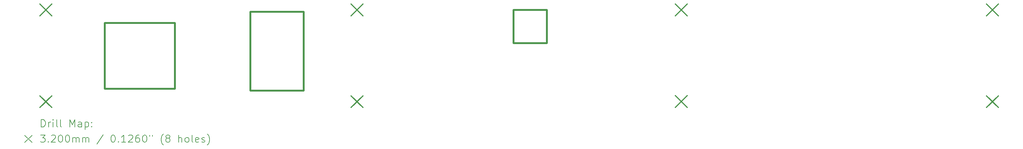
<source format=gbr>
%TF.GenerationSoftware,KiCad,Pcbnew,7.0.2-0*%
%TF.CreationDate,2023-05-18T01:14:47+02:00*%
%TF.ProjectId,LC,4c432e6b-6963-4616-945f-706362585858,rev?*%
%TF.SameCoordinates,PXfd9f08PY7735940*%
%TF.FileFunction,Drillmap*%
%TF.FilePolarity,Positive*%
%FSLAX45Y45*%
G04 Gerber Fmt 4.5, Leading zero omitted, Abs format (unit mm)*
G04 Created by KiCad (PCBNEW 7.0.2-0) date 2023-05-18 01:14:47*
%MOMM*%
%LPD*%
G01*
G04 APERTURE LIST*
%ADD10C,0.500000*%
%ADD11C,0.200000*%
%ADD12C,0.320000*%
G04 APERTURE END LIST*
D10*
X5900000Y2800000D02*
X7350000Y2800000D01*
X7350000Y650000D01*
X5900000Y650000D01*
X5900000Y2800000D01*
X1950000Y2500000D02*
X3850000Y2500000D01*
X3850000Y700000D01*
X1950000Y700000D01*
X1950000Y2500000D01*
X13050000Y2850000D02*
X13950000Y2850000D01*
X13950000Y1950000D01*
X13050000Y1950000D01*
X13050000Y2850000D01*
D11*
D12*
X190000Y3010000D02*
X510000Y2690000D01*
X510000Y3010000D02*
X190000Y2690000D01*
X190000Y510000D02*
X510000Y190000D01*
X510000Y510000D02*
X190000Y190000D01*
X8640000Y3010000D02*
X8960000Y2690000D01*
X8960000Y3010000D02*
X8640000Y2690000D01*
X8640000Y510000D02*
X8960000Y190000D01*
X8960000Y510000D02*
X8640000Y190000D01*
X17440000Y3010000D02*
X17760000Y2690000D01*
X17760000Y3010000D02*
X17440000Y2690000D01*
X17440000Y512870D02*
X17760000Y192870D01*
X17760000Y512870D02*
X17440000Y192870D01*
X25890000Y3010000D02*
X26210000Y2690000D01*
X26210000Y3010000D02*
X25890000Y2690000D01*
X25890000Y510000D02*
X26210000Y190000D01*
X26210000Y510000D02*
X25890000Y190000D01*
D11*
X222619Y-337524D02*
X222619Y-137524D01*
X222619Y-137524D02*
X270238Y-137524D01*
X270238Y-137524D02*
X298810Y-147048D01*
X298810Y-147048D02*
X317857Y-166095D01*
X317857Y-166095D02*
X327381Y-185143D01*
X327381Y-185143D02*
X336905Y-223238D01*
X336905Y-223238D02*
X336905Y-251809D01*
X336905Y-251809D02*
X327381Y-289905D01*
X327381Y-289905D02*
X317857Y-308952D01*
X317857Y-308952D02*
X298810Y-328000D01*
X298810Y-328000D02*
X270238Y-337524D01*
X270238Y-337524D02*
X222619Y-337524D01*
X422619Y-337524D02*
X422619Y-204190D01*
X422619Y-242286D02*
X432143Y-223238D01*
X432143Y-223238D02*
X441667Y-213714D01*
X441667Y-213714D02*
X460714Y-204190D01*
X460714Y-204190D02*
X479762Y-204190D01*
X546429Y-337524D02*
X546429Y-204190D01*
X546429Y-137524D02*
X536905Y-147048D01*
X536905Y-147048D02*
X546429Y-156571D01*
X546429Y-156571D02*
X555952Y-147048D01*
X555952Y-147048D02*
X546429Y-137524D01*
X546429Y-137524D02*
X546429Y-156571D01*
X670238Y-337524D02*
X651190Y-328000D01*
X651190Y-328000D02*
X641667Y-308952D01*
X641667Y-308952D02*
X641667Y-137524D01*
X775000Y-337524D02*
X755952Y-328000D01*
X755952Y-328000D02*
X746428Y-308952D01*
X746428Y-308952D02*
X746428Y-137524D01*
X1003571Y-337524D02*
X1003571Y-137524D01*
X1003571Y-137524D02*
X1070238Y-280381D01*
X1070238Y-280381D02*
X1136905Y-137524D01*
X1136905Y-137524D02*
X1136905Y-337524D01*
X1317857Y-337524D02*
X1317857Y-232762D01*
X1317857Y-232762D02*
X1308333Y-213714D01*
X1308333Y-213714D02*
X1289286Y-204190D01*
X1289286Y-204190D02*
X1251190Y-204190D01*
X1251190Y-204190D02*
X1232143Y-213714D01*
X1317857Y-328000D02*
X1298810Y-337524D01*
X1298810Y-337524D02*
X1251190Y-337524D01*
X1251190Y-337524D02*
X1232143Y-328000D01*
X1232143Y-328000D02*
X1222619Y-308952D01*
X1222619Y-308952D02*
X1222619Y-289905D01*
X1222619Y-289905D02*
X1232143Y-270857D01*
X1232143Y-270857D02*
X1251190Y-261333D01*
X1251190Y-261333D02*
X1298810Y-261333D01*
X1298810Y-261333D02*
X1317857Y-251809D01*
X1413095Y-204190D02*
X1413095Y-404190D01*
X1413095Y-213714D02*
X1432143Y-204190D01*
X1432143Y-204190D02*
X1470238Y-204190D01*
X1470238Y-204190D02*
X1489286Y-213714D01*
X1489286Y-213714D02*
X1498809Y-223238D01*
X1498809Y-223238D02*
X1508333Y-242286D01*
X1508333Y-242286D02*
X1508333Y-299429D01*
X1508333Y-299429D02*
X1498809Y-318476D01*
X1498809Y-318476D02*
X1489286Y-328000D01*
X1489286Y-328000D02*
X1470238Y-337524D01*
X1470238Y-337524D02*
X1432143Y-337524D01*
X1432143Y-337524D02*
X1413095Y-328000D01*
X1594048Y-318476D02*
X1603571Y-328000D01*
X1603571Y-328000D02*
X1594048Y-337524D01*
X1594048Y-337524D02*
X1584524Y-328000D01*
X1584524Y-328000D02*
X1594048Y-318476D01*
X1594048Y-318476D02*
X1594048Y-337524D01*
X1594048Y-213714D02*
X1603571Y-223238D01*
X1603571Y-223238D02*
X1594048Y-232762D01*
X1594048Y-232762D02*
X1584524Y-223238D01*
X1584524Y-223238D02*
X1594048Y-213714D01*
X1594048Y-213714D02*
X1594048Y-232762D01*
X-225000Y-565000D02*
X-25000Y-765000D01*
X-25000Y-565000D02*
X-225000Y-765000D01*
X203571Y-557524D02*
X327381Y-557524D01*
X327381Y-557524D02*
X260714Y-633714D01*
X260714Y-633714D02*
X289286Y-633714D01*
X289286Y-633714D02*
X308333Y-643238D01*
X308333Y-643238D02*
X317857Y-652762D01*
X317857Y-652762D02*
X327381Y-671810D01*
X327381Y-671810D02*
X327381Y-719428D01*
X327381Y-719428D02*
X317857Y-738476D01*
X317857Y-738476D02*
X308333Y-748000D01*
X308333Y-748000D02*
X289286Y-757524D01*
X289286Y-757524D02*
X232143Y-757524D01*
X232143Y-757524D02*
X213095Y-748000D01*
X213095Y-748000D02*
X203571Y-738476D01*
X413095Y-738476D02*
X422619Y-748000D01*
X422619Y-748000D02*
X413095Y-757524D01*
X413095Y-757524D02*
X403571Y-748000D01*
X403571Y-748000D02*
X413095Y-738476D01*
X413095Y-738476D02*
X413095Y-757524D01*
X498809Y-576571D02*
X508333Y-567048D01*
X508333Y-567048D02*
X527381Y-557524D01*
X527381Y-557524D02*
X575000Y-557524D01*
X575000Y-557524D02*
X594048Y-567048D01*
X594048Y-567048D02*
X603571Y-576571D01*
X603571Y-576571D02*
X613095Y-595619D01*
X613095Y-595619D02*
X613095Y-614667D01*
X613095Y-614667D02*
X603571Y-643238D01*
X603571Y-643238D02*
X489286Y-757524D01*
X489286Y-757524D02*
X613095Y-757524D01*
X736905Y-557524D02*
X755952Y-557524D01*
X755952Y-557524D02*
X775000Y-567048D01*
X775000Y-567048D02*
X784524Y-576571D01*
X784524Y-576571D02*
X794048Y-595619D01*
X794048Y-595619D02*
X803571Y-633714D01*
X803571Y-633714D02*
X803571Y-681333D01*
X803571Y-681333D02*
X794048Y-719428D01*
X794048Y-719428D02*
X784524Y-738476D01*
X784524Y-738476D02*
X775000Y-748000D01*
X775000Y-748000D02*
X755952Y-757524D01*
X755952Y-757524D02*
X736905Y-757524D01*
X736905Y-757524D02*
X717857Y-748000D01*
X717857Y-748000D02*
X708333Y-738476D01*
X708333Y-738476D02*
X698810Y-719428D01*
X698810Y-719428D02*
X689286Y-681333D01*
X689286Y-681333D02*
X689286Y-633714D01*
X689286Y-633714D02*
X698810Y-595619D01*
X698810Y-595619D02*
X708333Y-576571D01*
X708333Y-576571D02*
X717857Y-567048D01*
X717857Y-567048D02*
X736905Y-557524D01*
X927381Y-557524D02*
X946429Y-557524D01*
X946429Y-557524D02*
X965476Y-567048D01*
X965476Y-567048D02*
X975000Y-576571D01*
X975000Y-576571D02*
X984524Y-595619D01*
X984524Y-595619D02*
X994048Y-633714D01*
X994048Y-633714D02*
X994048Y-681333D01*
X994048Y-681333D02*
X984524Y-719428D01*
X984524Y-719428D02*
X975000Y-738476D01*
X975000Y-738476D02*
X965476Y-748000D01*
X965476Y-748000D02*
X946429Y-757524D01*
X946429Y-757524D02*
X927381Y-757524D01*
X927381Y-757524D02*
X908333Y-748000D01*
X908333Y-748000D02*
X898809Y-738476D01*
X898809Y-738476D02*
X889286Y-719428D01*
X889286Y-719428D02*
X879762Y-681333D01*
X879762Y-681333D02*
X879762Y-633714D01*
X879762Y-633714D02*
X889286Y-595619D01*
X889286Y-595619D02*
X898809Y-576571D01*
X898809Y-576571D02*
X908333Y-567048D01*
X908333Y-567048D02*
X927381Y-557524D01*
X1079762Y-757524D02*
X1079762Y-624190D01*
X1079762Y-643238D02*
X1089286Y-633714D01*
X1089286Y-633714D02*
X1108333Y-624190D01*
X1108333Y-624190D02*
X1136905Y-624190D01*
X1136905Y-624190D02*
X1155952Y-633714D01*
X1155952Y-633714D02*
X1165476Y-652762D01*
X1165476Y-652762D02*
X1165476Y-757524D01*
X1165476Y-652762D02*
X1175000Y-633714D01*
X1175000Y-633714D02*
X1194048Y-624190D01*
X1194048Y-624190D02*
X1222619Y-624190D01*
X1222619Y-624190D02*
X1241667Y-633714D01*
X1241667Y-633714D02*
X1251191Y-652762D01*
X1251191Y-652762D02*
X1251191Y-757524D01*
X1346429Y-757524D02*
X1346429Y-624190D01*
X1346429Y-643238D02*
X1355952Y-633714D01*
X1355952Y-633714D02*
X1375000Y-624190D01*
X1375000Y-624190D02*
X1403571Y-624190D01*
X1403571Y-624190D02*
X1422619Y-633714D01*
X1422619Y-633714D02*
X1432143Y-652762D01*
X1432143Y-652762D02*
X1432143Y-757524D01*
X1432143Y-652762D02*
X1441667Y-633714D01*
X1441667Y-633714D02*
X1460714Y-624190D01*
X1460714Y-624190D02*
X1489286Y-624190D01*
X1489286Y-624190D02*
X1508333Y-633714D01*
X1508333Y-633714D02*
X1517857Y-652762D01*
X1517857Y-652762D02*
X1517857Y-757524D01*
X1908333Y-548000D02*
X1736905Y-805143D01*
X2165476Y-557524D02*
X2184524Y-557524D01*
X2184524Y-557524D02*
X2203572Y-567048D01*
X2203572Y-567048D02*
X2213095Y-576571D01*
X2213095Y-576571D02*
X2222619Y-595619D01*
X2222619Y-595619D02*
X2232143Y-633714D01*
X2232143Y-633714D02*
X2232143Y-681333D01*
X2232143Y-681333D02*
X2222619Y-719428D01*
X2222619Y-719428D02*
X2213095Y-738476D01*
X2213095Y-738476D02*
X2203572Y-748000D01*
X2203572Y-748000D02*
X2184524Y-757524D01*
X2184524Y-757524D02*
X2165476Y-757524D01*
X2165476Y-757524D02*
X2146429Y-748000D01*
X2146429Y-748000D02*
X2136905Y-738476D01*
X2136905Y-738476D02*
X2127381Y-719428D01*
X2127381Y-719428D02*
X2117857Y-681333D01*
X2117857Y-681333D02*
X2117857Y-633714D01*
X2117857Y-633714D02*
X2127381Y-595619D01*
X2127381Y-595619D02*
X2136905Y-576571D01*
X2136905Y-576571D02*
X2146429Y-567048D01*
X2146429Y-567048D02*
X2165476Y-557524D01*
X2317857Y-738476D02*
X2327381Y-748000D01*
X2327381Y-748000D02*
X2317857Y-757524D01*
X2317857Y-757524D02*
X2308334Y-748000D01*
X2308334Y-748000D02*
X2317857Y-738476D01*
X2317857Y-738476D02*
X2317857Y-757524D01*
X2517857Y-757524D02*
X2403572Y-757524D01*
X2460714Y-757524D02*
X2460714Y-557524D01*
X2460714Y-557524D02*
X2441667Y-586095D01*
X2441667Y-586095D02*
X2422619Y-605143D01*
X2422619Y-605143D02*
X2403572Y-614667D01*
X2594048Y-576571D02*
X2603572Y-567048D01*
X2603572Y-567048D02*
X2622619Y-557524D01*
X2622619Y-557524D02*
X2670238Y-557524D01*
X2670238Y-557524D02*
X2689286Y-567048D01*
X2689286Y-567048D02*
X2698810Y-576571D01*
X2698810Y-576571D02*
X2708334Y-595619D01*
X2708334Y-595619D02*
X2708334Y-614667D01*
X2708334Y-614667D02*
X2698810Y-643238D01*
X2698810Y-643238D02*
X2584524Y-757524D01*
X2584524Y-757524D02*
X2708334Y-757524D01*
X2879762Y-557524D02*
X2841667Y-557524D01*
X2841667Y-557524D02*
X2822619Y-567048D01*
X2822619Y-567048D02*
X2813095Y-576571D01*
X2813095Y-576571D02*
X2794048Y-605143D01*
X2794048Y-605143D02*
X2784524Y-643238D01*
X2784524Y-643238D02*
X2784524Y-719428D01*
X2784524Y-719428D02*
X2794048Y-738476D01*
X2794048Y-738476D02*
X2803572Y-748000D01*
X2803572Y-748000D02*
X2822619Y-757524D01*
X2822619Y-757524D02*
X2860714Y-757524D01*
X2860714Y-757524D02*
X2879762Y-748000D01*
X2879762Y-748000D02*
X2889286Y-738476D01*
X2889286Y-738476D02*
X2898810Y-719428D01*
X2898810Y-719428D02*
X2898810Y-671810D01*
X2898810Y-671810D02*
X2889286Y-652762D01*
X2889286Y-652762D02*
X2879762Y-643238D01*
X2879762Y-643238D02*
X2860714Y-633714D01*
X2860714Y-633714D02*
X2822619Y-633714D01*
X2822619Y-633714D02*
X2803572Y-643238D01*
X2803572Y-643238D02*
X2794048Y-652762D01*
X2794048Y-652762D02*
X2784524Y-671810D01*
X3022619Y-557524D02*
X3041667Y-557524D01*
X3041667Y-557524D02*
X3060714Y-567048D01*
X3060714Y-567048D02*
X3070238Y-576571D01*
X3070238Y-576571D02*
X3079762Y-595619D01*
X3079762Y-595619D02*
X3089286Y-633714D01*
X3089286Y-633714D02*
X3089286Y-681333D01*
X3089286Y-681333D02*
X3079762Y-719428D01*
X3079762Y-719428D02*
X3070238Y-738476D01*
X3070238Y-738476D02*
X3060714Y-748000D01*
X3060714Y-748000D02*
X3041667Y-757524D01*
X3041667Y-757524D02*
X3022619Y-757524D01*
X3022619Y-757524D02*
X3003572Y-748000D01*
X3003572Y-748000D02*
X2994048Y-738476D01*
X2994048Y-738476D02*
X2984524Y-719428D01*
X2984524Y-719428D02*
X2975000Y-681333D01*
X2975000Y-681333D02*
X2975000Y-633714D01*
X2975000Y-633714D02*
X2984524Y-595619D01*
X2984524Y-595619D02*
X2994048Y-576571D01*
X2994048Y-576571D02*
X3003572Y-567048D01*
X3003572Y-567048D02*
X3022619Y-557524D01*
X3165476Y-557524D02*
X3165476Y-595619D01*
X3241667Y-557524D02*
X3241667Y-595619D01*
X3536905Y-833714D02*
X3527381Y-824190D01*
X3527381Y-824190D02*
X3508334Y-795619D01*
X3508334Y-795619D02*
X3498810Y-776571D01*
X3498810Y-776571D02*
X3489286Y-748000D01*
X3489286Y-748000D02*
X3479762Y-700381D01*
X3479762Y-700381D02*
X3479762Y-662286D01*
X3479762Y-662286D02*
X3489286Y-614667D01*
X3489286Y-614667D02*
X3498810Y-586095D01*
X3498810Y-586095D02*
X3508334Y-567048D01*
X3508334Y-567048D02*
X3527381Y-538476D01*
X3527381Y-538476D02*
X3536905Y-528952D01*
X3641667Y-643238D02*
X3622619Y-633714D01*
X3622619Y-633714D02*
X3613095Y-624190D01*
X3613095Y-624190D02*
X3603572Y-605143D01*
X3603572Y-605143D02*
X3603572Y-595619D01*
X3603572Y-595619D02*
X3613095Y-576571D01*
X3613095Y-576571D02*
X3622619Y-567048D01*
X3622619Y-567048D02*
X3641667Y-557524D01*
X3641667Y-557524D02*
X3679762Y-557524D01*
X3679762Y-557524D02*
X3698810Y-567048D01*
X3698810Y-567048D02*
X3708334Y-576571D01*
X3708334Y-576571D02*
X3717857Y-595619D01*
X3717857Y-595619D02*
X3717857Y-605143D01*
X3717857Y-605143D02*
X3708334Y-624190D01*
X3708334Y-624190D02*
X3698810Y-633714D01*
X3698810Y-633714D02*
X3679762Y-643238D01*
X3679762Y-643238D02*
X3641667Y-643238D01*
X3641667Y-643238D02*
X3622619Y-652762D01*
X3622619Y-652762D02*
X3613095Y-662286D01*
X3613095Y-662286D02*
X3603572Y-681333D01*
X3603572Y-681333D02*
X3603572Y-719428D01*
X3603572Y-719428D02*
X3613095Y-738476D01*
X3613095Y-738476D02*
X3622619Y-748000D01*
X3622619Y-748000D02*
X3641667Y-757524D01*
X3641667Y-757524D02*
X3679762Y-757524D01*
X3679762Y-757524D02*
X3698810Y-748000D01*
X3698810Y-748000D02*
X3708334Y-738476D01*
X3708334Y-738476D02*
X3717857Y-719428D01*
X3717857Y-719428D02*
X3717857Y-681333D01*
X3717857Y-681333D02*
X3708334Y-662286D01*
X3708334Y-662286D02*
X3698810Y-652762D01*
X3698810Y-652762D02*
X3679762Y-643238D01*
X3955953Y-757524D02*
X3955953Y-557524D01*
X4041667Y-757524D02*
X4041667Y-652762D01*
X4041667Y-652762D02*
X4032143Y-633714D01*
X4032143Y-633714D02*
X4013096Y-624190D01*
X4013096Y-624190D02*
X3984524Y-624190D01*
X3984524Y-624190D02*
X3965476Y-633714D01*
X3965476Y-633714D02*
X3955953Y-643238D01*
X4165476Y-757524D02*
X4146429Y-748000D01*
X4146429Y-748000D02*
X4136905Y-738476D01*
X4136905Y-738476D02*
X4127381Y-719428D01*
X4127381Y-719428D02*
X4127381Y-662286D01*
X4127381Y-662286D02*
X4136905Y-643238D01*
X4136905Y-643238D02*
X4146429Y-633714D01*
X4146429Y-633714D02*
X4165476Y-624190D01*
X4165476Y-624190D02*
X4194048Y-624190D01*
X4194048Y-624190D02*
X4213096Y-633714D01*
X4213096Y-633714D02*
X4222619Y-643238D01*
X4222619Y-643238D02*
X4232143Y-662286D01*
X4232143Y-662286D02*
X4232143Y-719428D01*
X4232143Y-719428D02*
X4222619Y-738476D01*
X4222619Y-738476D02*
X4213096Y-748000D01*
X4213096Y-748000D02*
X4194048Y-757524D01*
X4194048Y-757524D02*
X4165476Y-757524D01*
X4346429Y-757524D02*
X4327381Y-748000D01*
X4327381Y-748000D02*
X4317858Y-728952D01*
X4317858Y-728952D02*
X4317858Y-557524D01*
X4498810Y-748000D02*
X4479762Y-757524D01*
X4479762Y-757524D02*
X4441667Y-757524D01*
X4441667Y-757524D02*
X4422619Y-748000D01*
X4422619Y-748000D02*
X4413096Y-728952D01*
X4413096Y-728952D02*
X4413096Y-652762D01*
X4413096Y-652762D02*
X4422619Y-633714D01*
X4422619Y-633714D02*
X4441667Y-624190D01*
X4441667Y-624190D02*
X4479762Y-624190D01*
X4479762Y-624190D02*
X4498810Y-633714D01*
X4498810Y-633714D02*
X4508334Y-652762D01*
X4508334Y-652762D02*
X4508334Y-671810D01*
X4508334Y-671810D02*
X4413096Y-690857D01*
X4584524Y-748000D02*
X4603572Y-757524D01*
X4603572Y-757524D02*
X4641667Y-757524D01*
X4641667Y-757524D02*
X4660715Y-748000D01*
X4660715Y-748000D02*
X4670239Y-728952D01*
X4670239Y-728952D02*
X4670239Y-719428D01*
X4670239Y-719428D02*
X4660715Y-700381D01*
X4660715Y-700381D02*
X4641667Y-690857D01*
X4641667Y-690857D02*
X4613096Y-690857D01*
X4613096Y-690857D02*
X4594048Y-681333D01*
X4594048Y-681333D02*
X4584524Y-662286D01*
X4584524Y-662286D02*
X4584524Y-652762D01*
X4584524Y-652762D02*
X4594048Y-633714D01*
X4594048Y-633714D02*
X4613096Y-624190D01*
X4613096Y-624190D02*
X4641667Y-624190D01*
X4641667Y-624190D02*
X4660715Y-633714D01*
X4736905Y-833714D02*
X4746429Y-824190D01*
X4746429Y-824190D02*
X4765477Y-795619D01*
X4765477Y-795619D02*
X4775000Y-776571D01*
X4775000Y-776571D02*
X4784524Y-748000D01*
X4784524Y-748000D02*
X4794048Y-700381D01*
X4794048Y-700381D02*
X4794048Y-662286D01*
X4794048Y-662286D02*
X4784524Y-614667D01*
X4784524Y-614667D02*
X4775000Y-586095D01*
X4775000Y-586095D02*
X4765477Y-567048D01*
X4765477Y-567048D02*
X4746429Y-538476D01*
X4746429Y-538476D02*
X4736905Y-528952D01*
M02*

</source>
